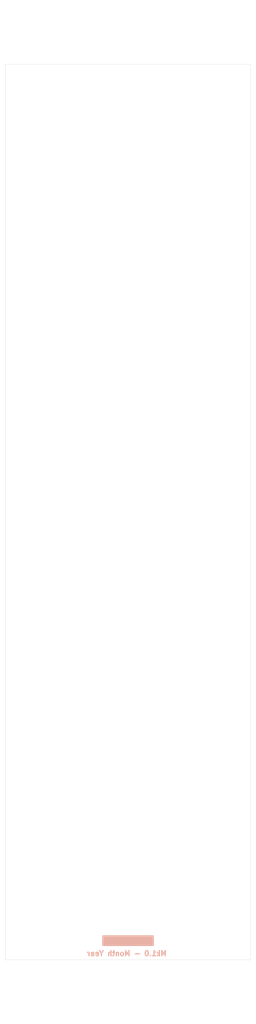
<source format=kicad_pcb>
(kicad_pcb
	(version 20241229)
	(generator "pcbnew")
	(generator_version "9.0")
	(general
		(thickness 1.6)
		(legacy_teardrops no)
	)
	(paper "A4" portrait)
	(title_block
		(rev "1")
		(company "DMH Instruments")
		(comment 1 "10cm Kosmo format synthesizer module PCB")
	)
	(layers
		(0 "F.Cu" signal)
		(2 "B.Cu" signal)
		(9 "F.Adhes" user "F.Adhesive")
		(11 "B.Adhes" user "B.Adhesive")
		(13 "F.Paste" user)
		(15 "B.Paste" user)
		(5 "F.SilkS" user "F.Silkscreen")
		(7 "B.SilkS" user "B.Silkscreen")
		(1 "F.Mask" user)
		(3 "B.Mask" user)
		(17 "Dwgs.User" user "User.Drawings")
		(19 "Cmts.User" user "User.Comments")
		(21 "Eco1.User" user "User.Eco1")
		(23 "Eco2.User" user "User.Eco2")
		(25 "Edge.Cuts" user)
		(27 "Margin" user)
		(31 "F.CrtYd" user "F.Courtyard")
		(29 "B.CrtYd" user "B.Courtyard")
		(35 "F.Fab" user)
		(33 "B.Fab" user)
		(39 "User.1" user "User.LayoutGuide")
		(41 "User.2" user)
		(43 "User.3" user)
		(45 "User.4" user)
		(47 "User.5" user)
		(49 "User.6" user)
		(51 "User.7" user)
		(53 "User.8" user)
		(55 "User.9" user "User.FrontPanelEdge")
	)
	(setup
		(stackup
			(layer "F.SilkS"
				(type "Top Silk Screen")
			)
			(layer "F.Paste"
				(type "Top Solder Paste")
			)
			(layer "F.Mask"
				(type "Top Solder Mask")
				(thickness 0.01)
			)
			(layer "F.Cu"
				(type "copper")
				(thickness 0.035)
			)
			(layer "dielectric 1"
				(type "core")
				(thickness 1.51)
				(material "FR4")
				(epsilon_r 4.5)
				(loss_tangent 0.02)
			)
			(layer "B.Cu"
				(type "copper")
				(thickness 0.035)
			)
			(layer "B.Mask"
				(type "Bottom Solder Mask")
				(thickness 0.01)
			)
			(layer "B.Paste"
				(type "Bottom Solder Paste")
			)
			(layer "B.SilkS"
				(type "Bottom Silk Screen")
			)
			(copper_finish "HAL lead-free")
			(dielectric_constraints no)
		)
		(pad_to_mask_clearance 0)
		(allow_soldermask_bridges_in_footprints no)
		(tenting front back)
		(grid_origin 50 30)
		(pcbplotparams
			(layerselection 0x00000000_00000000_55555555_5755f5ff)
			(plot_on_all_layers_selection 0x00000000_00000000_00000000_00000000)
			(disableapertmacros no)
			(usegerberextensions no)
			(usegerberattributes yes)
			(usegerberadvancedattributes yes)
			(creategerberjobfile yes)
			(dashed_line_dash_ratio 12.000000)
			(dashed_line_gap_ratio 3.000000)
			(svgprecision 4)
			(plotframeref no)
			(mode 1)
			(useauxorigin no)
			(hpglpennumber 1)
			(hpglpenspeed 20)
			(hpglpendiameter 15.000000)
			(pdf_front_fp_property_popups yes)
			(pdf_back_fp_property_popups yes)
			(pdf_metadata yes)
			(pdf_single_document no)
			(dxfpolygonmode yes)
			(dxfimperialunits yes)
			(dxfusepcbnewfont yes)
			(psnegative no)
			(psa4output no)
			(plot_black_and_white yes)
			(plotinvisibletext no)
			(sketchpadsonfab no)
			(plotpadnumbers no)
			(hidednponfab no)
			(sketchdnponfab yes)
			(crossoutdnponfab yes)
			(subtractmaskfromsilk no)
			(outputformat 1)
			(mirror no)
			(drillshape 1)
			(scaleselection 1)
			(outputdirectory "")
		)
	)
	(net 0 "")
	(gr_rect
		(start 70 212.75)
		(end 80 214.75)
		(stroke
			(width 0.1)
			(type solid)
		)
		(fill yes)
		(layer "B.SilkS")
		(uuid "de47ead9-8b5d-4bcb-ad80-ddf34a004046")
	)
	(gr_rect
		(start 51 42.5)
		(end 99 217.5)
		(stroke
			(width 0.05)
			(type default)
		)
		(fill no)
		(layer "Edge.Cuts")
		(uuid "b3c2b746-7928-4430-9218-c5517ec26bc0")
	)
	(gr_rect
		(start 50 30)
		(end 100 230)
		(stroke
			(width 0.1)
			(type default)
		)
		(fill no)
		(layer "User.9")
		(uuid "00a9661b-bc4e-493a-9a57-d5b24a34753b")
	)
	(gr_text "Mk1.0 - Month Year"
		(at 74.75 216.25 0)
		(layer "B.SilkS")
		(uuid "b8e4add2-3a99-4283-8ca5-566719c3b3b5")
		(effects
			(font
				(size 1 1)
				(thickness 0.25)
				(bold yes)
			)
			(justify mirror)
		)
	)
	(embedded_fonts no)
)

</source>
